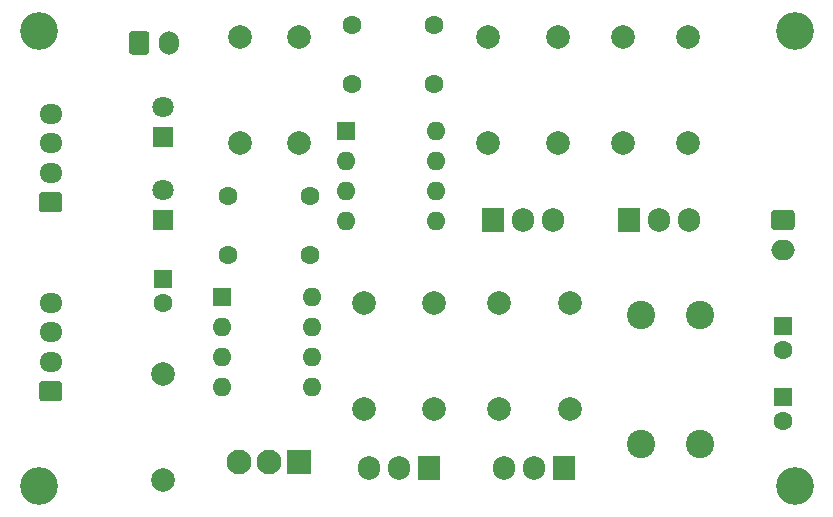
<source format=gbr>
G04 #@! TF.GenerationSoftware,KiCad,Pcbnew,(5.1.7)-1*
G04 #@! TF.CreationDate,2020-10-18T18:55:38+03:00*
G04 #@! TF.ProjectId,peltier,70656c74-6965-4722-9e6b-696361645f70,rev?*
G04 #@! TF.SameCoordinates,Original*
G04 #@! TF.FileFunction,Soldermask,Top*
G04 #@! TF.FilePolarity,Negative*
%FSLAX46Y46*%
G04 Gerber Fmt 4.6, Leading zero omitted, Abs format (unit mm)*
G04 Created by KiCad (PCBNEW (5.1.7)-1) date 2020-10-18 18:55:38*
%MOMM*%
%LPD*%
G01*
G04 APERTURE LIST*
%ADD10C,2.100000*%
%ADD11R,2.100000X2.100000*%
%ADD12C,3.200000*%
%ADD13O,1.600000X1.600000*%
%ADD14R,1.600000X1.600000*%
%ADD15C,2.000000*%
%ADD16O,1.905000X2.000000*%
%ADD17R,1.905000X2.000000*%
%ADD18C,2.400000*%
%ADD19O,2.000000X1.700000*%
%ADD20O,1.950000X1.700000*%
%ADD21O,1.700000X2.000000*%
%ADD22C,1.800000*%
%ADD23R,1.800000X1.800000*%
%ADD24C,1.600000*%
G04 APERTURE END LIST*
D10*
X144420000Y-111000000D03*
X146960000Y-111000000D03*
D11*
X149500000Y-111000000D03*
D12*
X127500000Y-113000000D03*
X127500000Y-74500000D03*
X191500000Y-74500000D03*
X191500000Y-113000000D03*
D13*
X161120000Y-83000000D03*
X153500000Y-90620000D03*
X161120000Y-85540000D03*
X153500000Y-88080000D03*
X161120000Y-88080000D03*
X153500000Y-85540000D03*
X161120000Y-90620000D03*
D14*
X153500000Y-83000000D03*
D13*
X150620000Y-97000000D03*
X143000000Y-104620000D03*
X150620000Y-99540000D03*
X143000000Y-102080000D03*
X150620000Y-102080000D03*
X143000000Y-99540000D03*
X150620000Y-104620000D03*
D14*
X143000000Y-97000000D03*
D15*
X149500000Y-75000000D03*
X149500000Y-84000000D03*
X144500000Y-84000000D03*
X144500000Y-75000000D03*
X171500000Y-84000000D03*
X171500000Y-75000000D03*
X172500000Y-106500000D03*
X172500000Y-97500000D03*
X165500000Y-84000000D03*
X165500000Y-75000000D03*
X138000000Y-103500000D03*
X138000000Y-112500000D03*
X166500000Y-106500000D03*
X166500000Y-97500000D03*
X177000000Y-84000000D03*
X177000000Y-75000000D03*
X161000000Y-106500000D03*
X161000000Y-97500000D03*
X182500000Y-75000000D03*
X182500000Y-84000000D03*
X155000000Y-106500000D03*
X155000000Y-97500000D03*
D16*
X171080000Y-90500000D03*
X168540000Y-90500000D03*
D17*
X166000000Y-90500000D03*
D16*
X166920000Y-111500000D03*
X169460000Y-111500000D03*
D17*
X172000000Y-111500000D03*
D16*
X182580000Y-90500000D03*
X180040000Y-90500000D03*
D17*
X177500000Y-90500000D03*
D16*
X155420000Y-111500000D03*
X157960000Y-111500000D03*
D17*
X160500000Y-111500000D03*
D18*
X183500000Y-98500000D03*
X178500000Y-98500000D03*
X183500000Y-109500000D03*
X178500000Y-109500000D03*
D19*
X190500000Y-93000000D03*
G36*
G01*
X189750000Y-89650000D02*
X191250000Y-89650000D01*
G75*
G02*
X191500000Y-89900000I0J-250000D01*
G01*
X191500000Y-91100000D01*
G75*
G02*
X191250000Y-91350000I-250000J0D01*
G01*
X189750000Y-91350000D01*
G75*
G02*
X189500000Y-91100000I0J250000D01*
G01*
X189500000Y-89900000D01*
G75*
G02*
X189750000Y-89650000I250000J0D01*
G01*
G37*
D20*
X128500000Y-97500000D03*
X128500000Y-100000000D03*
X128500000Y-102500000D03*
G36*
G01*
X129225000Y-105850000D02*
X127775000Y-105850000D01*
G75*
G02*
X127525000Y-105600000I0J250000D01*
G01*
X127525000Y-104400000D01*
G75*
G02*
X127775000Y-104150000I250000J0D01*
G01*
X129225000Y-104150000D01*
G75*
G02*
X129475000Y-104400000I0J-250000D01*
G01*
X129475000Y-105600000D01*
G75*
G02*
X129225000Y-105850000I-250000J0D01*
G01*
G37*
X128500000Y-81500000D03*
X128500000Y-84000000D03*
X128500000Y-86500000D03*
G36*
G01*
X129225000Y-89850000D02*
X127775000Y-89850000D01*
G75*
G02*
X127525000Y-89600000I0J250000D01*
G01*
X127525000Y-88400000D01*
G75*
G02*
X127775000Y-88150000I250000J0D01*
G01*
X129225000Y-88150000D01*
G75*
G02*
X129475000Y-88400000I0J-250000D01*
G01*
X129475000Y-89600000D01*
G75*
G02*
X129225000Y-89850000I-250000J0D01*
G01*
G37*
D21*
X138500000Y-75500000D03*
G36*
G01*
X135150000Y-76250000D02*
X135150000Y-74750000D01*
G75*
G02*
X135400000Y-74500000I250000J0D01*
G01*
X136600000Y-74500000D01*
G75*
G02*
X136850000Y-74750000I0J-250000D01*
G01*
X136850000Y-76250000D01*
G75*
G02*
X136600000Y-76500000I-250000J0D01*
G01*
X135400000Y-76500000D01*
G75*
G02*
X135150000Y-76250000I0J250000D01*
G01*
G37*
D22*
X138000000Y-87960000D03*
D23*
X138000000Y-90500000D03*
D22*
X138000000Y-80960000D03*
D23*
X138000000Y-83500000D03*
D24*
X161000000Y-74000000D03*
X161000000Y-79000000D03*
X150500000Y-88500000D03*
X150500000Y-93500000D03*
X190500000Y-101500000D03*
D14*
X190500000Y-99500000D03*
D24*
X190500000Y-107500000D03*
D14*
X190500000Y-105500000D03*
D24*
X154000000Y-74000000D03*
X154000000Y-79000000D03*
X143500000Y-88500000D03*
X143500000Y-93500000D03*
D14*
X138000000Y-95500000D03*
D24*
X138000000Y-97500000D03*
M02*

</source>
